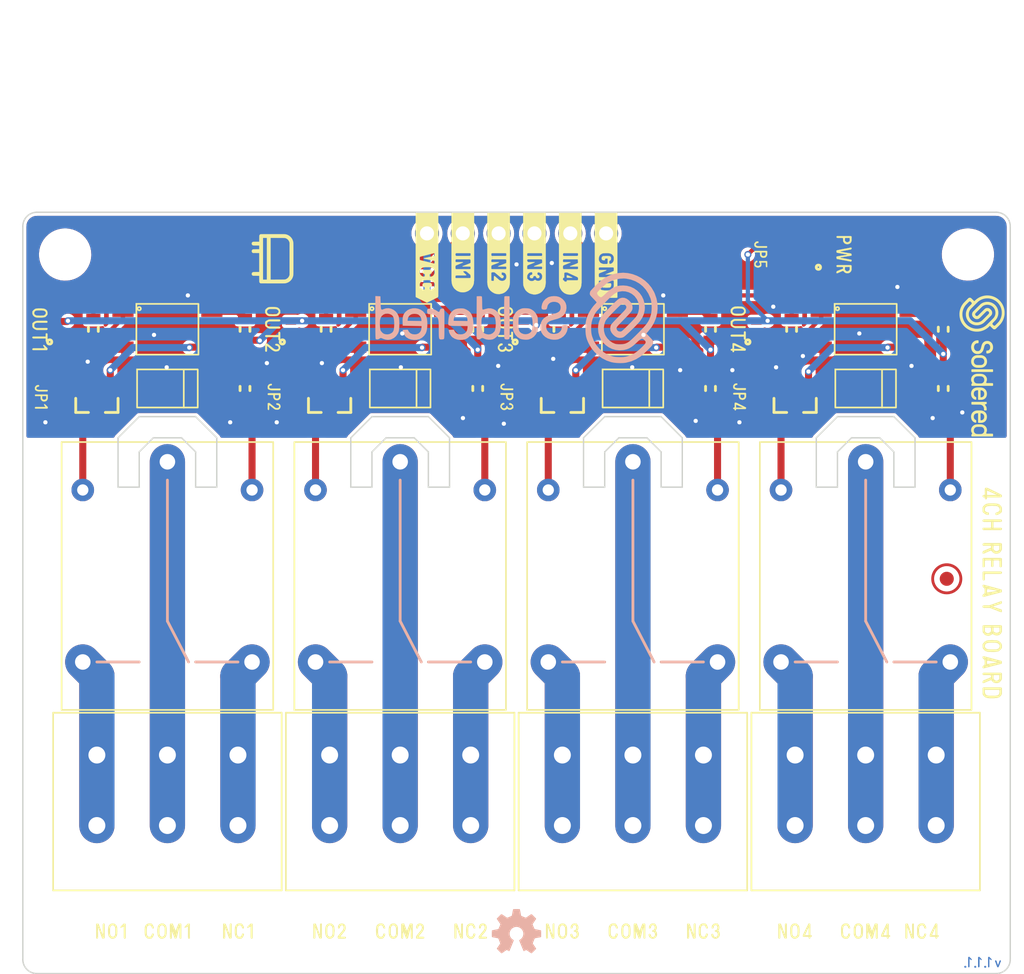
<source format=kicad_pcb>
(kicad_pcb (version 20210623) (generator pcbnew)
  (title_block (title "4CH relay board") (date "2021-07-14") (rev "V1.1.1.") (company "SOLDERED") (comment 1 "333022"))
  (layers (0 "F.Cu" signal) (31 "B.Cu" signal) (34 "B.Paste" user) (35 "F.Paste" user) (36 "B.SilkS" user "B.Silkscreen") (37 "F.SilkS" user "F.Silkscreen") (38 "B.Mask" user) (39 "F.Mask" user) (44 "Edge.Cuts" user))
  (net 0 "")
  (net 1 "Net-(D1-Pad2)")
  (net 2 "VCC")
  (net 3 "Net-(D2-Pad2)")
  (net 4 "Net-(D3-Pad2)")
  (net 5 "Net-(D3-Pad1)")
  (net 6 "Net-(D4-Pad2)")
  (net 7 "Net-(D4-Pad1)")
  (net 8 "Net-(D5-Pad2)")
  (net 9 "Net-(D6-Pad2)")
  (net 10 "Net-(D7-Pad2)")
  (net 11 "Net-(D7-Pad1)")
  (net 12 "Net-(D8-Pad2)")
  (net 13 "Net-(D8-Pad1)")
  (net 14 "GND")
  (net 15 "IN4")
  (net 16 "IN3")
  (net 17 "IN2")
  (net 18 "IN1")
  (net 19 "NC1")
  (net 20 "COM1")
  (net 21 "NO1")
  (net 22 "NC3")
  (net 23 "COM3")
  (net 24 "NO3")
  (net 25 "NC2")
  (net 26 "COM2")
  (net 27 "NO2")
  (net 28 "NC4")
  (net 29 "COM4")
  (net 30 "NO4")
  (net 31 "Net-(Q1-Pad1)")
  (net 32 "Net-(Q2-Pad1)")
  (net 33 "Net-(Q3-Pad1)")
  (net 34 "Net-(Q4-Pad1)")
  (net 35 "Net-(R1-Pad1)")
  (net 36 "Net-(R2-Pad1)")
  (net 37 "Net-(R5-Pad1)")
  (net 38 "Net-(R6-Pad1)")
  (net 39 "Net-(R9-Pad1)")
  (net 40 "Net-(R10-Pad1)")
  (net 41 "Net-(R13-Pad1)")
  (net 42 "Net-(R14-Pad1)")
  (net 43 "Net-(D9-Pad1)")
  (net 44 "Net-(JP1-Pad1)")
  (net 45 "Net-(JP2-Pad1)")
  (net 46 "Net-(JP3-Pad1)")
  (net 47 "Net-(JP4-Pad1)")
  (net 48 "Net-(JP5-Pad2)")
  (footprint "e-radionica.com footprinti:PC357_OPTO" (layer "F.Cu") (at 118.75 104.3)
    (fp_text reference "U4")
    (fp_text value "PC357_OPTO")
  )
  (footprint "e-radionica.com footprinti:0603R" (layer "F.Cu") (at 113.5 104.3 90)
    (fp_text reference "R10")
    (fp_text value "100R")
  )
  (footprint "e-radionica.com footprinti:TERMINAL_KF235-5.0-3P" (layer "F.Cu") (at 102.25 137)
    (fp_text reference "K8")
    (fp_text value "TERMINAL_KF235-5.0-3P")
  )
  (footprint "e-radionica.com footprinti:HOLE_3.2mm" (layer "F.Cu") (at 62 99)
    (fp_text reference "H4" hide)
    (fp_text value "HOLE_3.2mm" hide)
  )
  (footprint "e-radionica.com footprinti:M4_DIODA" (layer "F.Cu") (at 69.25 108.5)
    (fp_text reference "D3")
    (fp_text value "M4_DIODA")
  )
  (footprint "e-radionica.com footprinti:SMD-JUMPER-CONNECTED_TRACE_SLODERMASK" (layer "F.Cu") (at 61.5 109.1 -90)
    (fp_text reference "JP1")
    (fp_text value "SMD-JUMPER-CONNECTED_TRACE_SLODERMASK")
  )
  (footprint "e-radionica.com footprinti:HOLE_3.2mm" (layer "F.Cu") (at 62 147)
    (fp_text reference "H1" hide)
    (fp_text value "HOLE_3.2mm" hide)
  )
  (footprint "buzzardLabel" (layer "F.Cu") (at 93.3 109.1 -90)
    (fp_text reference "")
    (fp_text value "")
  )
  (footprint "e-radionica.com footprinti:FIDUCIAL_23" (layer "F.Cu") (at 68.5 98.2)
    (fp_text reference "FD1")
    (fp_text value "FIDUCIAL")
  )
  (footprint "e-radionica.com footprinti:0402R" (layer "F.Cu") (at 94.5 106.7 90)
    (fp_text reference "R11")
    (fp_text value "2k2")
  )
  (footprint "buzzardLabel" (layer "F.Cu") (at 122.75 147)
    (fp_text reference "")
    (fp_text value "")
  )
  (footprint "e-radionica.com footprinti:TERMINAL_KF235-5.0-3P" (layer "F.Cu") (at 69.25 137)
    (fp_text reference "K4")
    (fp_text value "TERMINAL_KF235-5.0-3P")
  )
  (footprint "e-radionica.com footprinti:0402LED" (layer "F.Cu") (at 78 104.3 -90)
    (fp_text reference "D2")
    (fp_text value "blue")
  )
  (footprint "buzzardLabel" (layer "F.Cu") (at 80.75 147)
    (fp_text reference "")
    (fp_text value "")
  )
  (footprint "buzzardLabel" (layer "F.Cu") (at 109.7 104.3 -90)
    (fp_text reference "")
    (fp_text value "")
  )
  (footprint "e-radionica.com footprinti:0402R" (layer "F.Cu") (at 78 106.7 90)
    (fp_text reference "R4")
    (fp_text value "2k2")
  )
  (footprint "buzzardLabel" (layer "F.Cu") (at 76.7 104.3 -90)
    (fp_text reference "")
    (fp_text value "")
  )
  (footprint "e-radionica.com footprinti:0603R" (layer "F.Cu") (at 107.75 104.3 -90)
    (fp_text reference "R13")
    (fp_text value "330R")
  )
  (footprint "e-radionica.com footprinti:HOLE_3.2mm" (layer "F.Cu") (at 126 147)
    (fp_text reference "H2" hide)
    (fp_text value "HOLE_3.2mm" hide)
  )
  (footprint "buzzardLabel" (layer "F.Cu") (at 90.75 147)
    (fp_text reference "")
    (fp_text value "")
  )
  (footprint "buzzardLabel" (layer "F.Cu") (at 111.3 99 -90)
    (fp_text reference "")
    (fp_text value "")
  )
  (footprint "e-radionica.com footprinti:0402R" (layer "F.Cu") (at 114.5 99 90)
    (fp_text reference "R17")
    (fp_text value "2k2")
  )
  (footprint "e-radionica.com footprinti:SOT-23-3" (layer "F.Cu") (at 64.25 109.5 -90)
    (fp_text reference "Q1")
    (fp_text value "NPN-SOT-23-3")
  )
  (footprint "buzzardLabel" (layer "F.Cu") (at 118.75 147)
    (fp_text reference "")
    (fp_text value "")
  )
  (footprint "e-radionica.com footprinti:0603R" (layer "F.Cu") (at 97 104.3 90)
    (fp_text reference "R9")
    (fp_text value "100R")
  )
  (footprint "buzzardLabel" (layer "F.Cu") (at 74.25 147)
    (fp_text reference "")
    (fp_text value "")
  )
  (footprint "e-radionica.com footprinti:0603R" (layer "F.Cu") (at 91.25 108.5 90)
    (fp_text reference "R8")
    (fp_text value "10R")
  )
  (footprint "e-radionica.com footprinti:TERMINAL_KF235-5.0-3P" (layer "F.Cu") (at 118.75 137)
    (fp_text reference "K9")
    (fp_text value "TERMINAL_KF235-5.0-3P")
  )
  (footprint "e-radionica.com footprinti:HOLE_3.2mm" (layer "F.Cu") (at 126 99)
    (fp_text reference "H3" hide)
    (fp_text value "HOLE_3.2mm" hide)
  )
  (footprint "e-radionica.com footprinti:SOT-23-3" (layer "F.Cu") (at 80.75 109.5 -90)
    (fp_text reference "Q2")
    (fp_text value "NPN-SOT-23-3")
  )
  (footprint "e-radionica.com footprinti:PC357_OPTO" (layer "F.Cu") (at 69.25 104.3)
    (fp_text reference "U1")
    (fp_text value "PC357_OPTO")
  )
  (footprint "buzzardLabel" (layer "F.Cu") (at 109.8 109.1 -90)
    (fp_text reference "")
    (fp_text value "")
  )
  (footprint "e-radionica.com footprinti:0603R" (layer "F.Cu") (at 107.75 108.5 90)
    (fp_text reference "R15")
    (fp_text value "10R")
  )
  (footprint "e-radionica.com footprinti:0402LED" (layer "F.Cu") (at 111 104.3 -90)
    (fp_text reference "D6")
    (fp_text value "blue")
  )
  (footprint "e-radionica.com footprinti:0603R" (layer "F.Cu") (at 74.75 104.3 -90)
    (fp_text reference "R5")
    (fp_text value "330R")
  )
  (footprint "buzzardLabel" (layer "F.Cu") (at 60.2 104.3 -90)
    (fp_text reference "")
    (fp_text value "")
  )
  (footprint "buzzardLabel" (layer "F.Cu") (at 97.25 147)
    (fp_text reference "")
    (fp_text value "")
  )
  (footprint "buzzardLabel" (layer "F.Cu") (at 87.65 95.6 -90)
    (fp_text reference "")
    (fp_text value "")
  )
  (footprint "buzzardLabel" (layer "F.Cu") (at 97.81 95.6 -90)
    (fp_text reference "")
    (fp_text value "")
  )
  (footprint "e-radionica.com footprinti:SRD_RELAY_5V" (layer "F.Cu") (at 102.25 121.8 90)
    (fp_text reference "K6")
    (fp_text value "SRD-05VDC-SL-C")
  )
  (footprint "e-radionica.com footprinti:M4_DIODA" (layer "F.Cu") (at 118.75 108.5)
    (fp_text reference "D8")
    (fp_text value "M4_DIODA")
  )
  (footprint "e-radionica.com footprinti:0603R" (layer "F.Cu") (at 74.75 108.5 90)
    (fp_text reference "R7")
    (fp_text value "10R")
  )
  (footprint "buzzardLabel" (layer "F.Cu") (at 93.2 104.3 -90)
    (fp_text reference "")
    (fp_text value "")
  )
  (footprint "e-radionica.com footprinti:M4_DIODA" (layer "F.Cu") (at 85.75 108.5)
    (fp_text reference "D4")
    (fp_text value "M4_DIODA")
  )
  (footprint "Soldered Graphics:Symbol-Front-Relay" (layer "F.Cu") (at 76.7 99.3 -90)
    (fp_text reference "G***" hide)
    (fp_text value "LOGO" hide)
  )
  (footprint "buzzardLabel" (layer "F.Cu") (at 107.25 147)
    (fp_text reference "")
    (fp_text value "")
  )
  (footprint "e-radionica.com footprinti:0402LED" (layer "F.Cu") (at 61.5 104.3 -90)
    (fp_text reference "D1")
    (fp_text value "blue")
  )
  (footprint "e-radionica.com footprinti:0603R" (layer "F.Cu") (at 64 104.3 90)
    (fp_text reference "R1")
    (fp_text value "100R")
  )
  (footprint "buzzardLabel" (layer "F.Cu") (at 69.25 147)
    (fp_text reference "")
    (fp_text value "")
  )
  (footprint "buzzardLabel" (layer "F.Cu") (at 65.25 147)
    (fp_text reference "")
    (fp_text value "")
  )
  (footprint "e-radionica.com footprinti:TERMINAL_KF235-5.0-3P" (layer "F.Cu") (at 85.75 137)
    (fp_text reference "K5")
    (fp_text value "TERMINAL_KF235-5.0-3P")
  )
  (footprint "buzzardLabel" (layer "F.Cu") (at 92.73 95.6 -90)
    (fp_text reference "")
    (fp_text value "")
  )
  (footprint "Soldered Graphics:Logo-Front-SolderedFULL-10mm" (layer "F.Cu") (at 127 106.9 -90)
    (fp_text reference "G***" hide)
    (fp_text value "LOGO" hide)
  )
  (footprint "e-radionica.com footprinti:0402R" (layer "F.Cu") (at 61.5 106.7 90)
    (fp_text reference "R3")
    (fp_text value "2k2")
  )
  (footprint "Soldered Graphics:Logo-Back-OSH-3.5mm" (layer "F.Cu") (at 94 147)
    (fp_text reference "G***" hide)
    (fp_text value "LOGO" hide)
  )
  (footprint "buzzardLabel" (layer "F.Cu") (at 102.25 147)
    (fp_text reference "")
    (fp_text value "")
  )
  (footprint "e-radionica.com footprinti:0603R" (layer "F.Cu") (at 124.25 104.3 -90)
    (fp_text reference "R14")
    (fp_text value "330R")
  )
  (footprint "e-radionica.com footprinti:0603R" (layer "F.Cu") (at 80.5 104.3 90)
    (fp_text reference "R2")
    (fp_text value "100R")
  )
  (footprint "buzzardLabel" (layer "F.Cu") (at 85.75 147)
    (fp_text reference "")
    (fp_text value "")
  )
  (footprint "e-radionica.com footprinti:PC357_OPTO" (layer "F.Cu") (at 102.25 104.3)
    (fp_text reference "U3")
    (fp_text value "PC357_OPTO")
  )
  (footprint "buzzardLabel" (layer "F.Cu") (at 76.8 109.1 -90)
    (fp_text reference "")
    (fp_text value "")
  )
  (footprint "e-radionica.com footprinti:SOT-23-3" (layer "F.Cu") (at 97.25 109.5 -90)
    (fp_text reference "Q3")
    (fp_text value "NPN-SOT-23-3")
  )
  (footprint "e-radionica.com footprinti:SMD-JUMPER-CONNECTED_TRACE_SLODERMASK" (layer "F.Cu") (at 78 109.1 -90)
    (fp_text reference "JP2")
    (fp_text value "SMD-JUMPER-CONNECTED_TRACE_SLODERMASK")
  )
  (footprint "buzzardLabel" (layer "F.Cu") (at 60.3 109.1 -90)
    (fp_text reference "")
    (fp_text value "")
  )
  (footprint "buzzardLabel" (layer "F.Cu") (at 113.75 147)
    (fp_text reference "")
    (fp_text value "")
  )
  (footprint "e-radionica.com footprinti:SOT-23-3" (layer "F.Cu") (at 113.75 109.5 -90)
    (fp_text reference "Q4")
    (fp_text value "NPN-SOT-23-3")
  )
  (footprint "e-radionica.com footprinti:0402LED" (layer "F.Cu") (at 94.5 104.3 -90)
    (fp_text reference "D5")
    (fp_text value "blue")
  )
  (footprint "e-radionica.com footprinti:SRD_RELAY_5V" (layer "F.Cu") (at 118.75 121.8 90)
    (fp_text reference "K7")
    (fp_text value "SRD-05VDC-SL-C")
  )
  (footprint "e-radionica.com footprinti:FIDUCIAL_23" (layer "F.Cu") (at 124.5 122)
    (fp_text reference "FD2")
    (fp_text value "FIDUCIAL")
  )
  (footprint "e-radionica.com footprinti:0402R" (layer "F.Cu") (at 111 106.7 90)
    (fp_text reference "R12")
    (fp_text value "2k2")
  )
  (footprint "buzzardLabel" (layer "F.Cu") (at 127.7 123 -90)
    (fp_text reference "")
    (fp_text value "")
  )
  (footprint "e-radionica.com footprinti:SMD-JUMPER-CONNECTED_TRACE_SLODERMASK" (layer "F.Cu") (at 94.5 109.1 -90)
    (fp_text reference "JP3")
    (fp_text value "SMD-JUMPER-CONNECTED_TRACE_SLODERMASK")
  )
  (footprint "buzzardLabel" (layer "F.Cu") (at 100.35 95.6 -90)
    (fp_text reference "")
    (fp_text value "")
  )
  (footprint "e-radionica.com footprinti:0402LED" (layer "F.Cu") (at 116 99 -90)
    (fp_text reference "D9")
    (fp_text value "purple")
  )
  (footprint "e-radionica.com footprinti:SRD_RELAY_5V" (layer "F.Cu") (at 85.75 121.8 90)
    (fp_text reference "K3")
    (fp_text value "SRD-05VDC-SL-C")
  )
  (footprint "buzzardLabel" (layer "F.Cu") (at 117.2 99 -90)
    (fp_text reference "")
    (fp_text value "")
  )
  (footprint "e-radionica.com footprinti:PC357_OPTO" (layer "F.Cu") (at 85.75 104.3)
    (fp_text reference "U2")
    (fp_text value "PC357_OPTO")
  )
  (footprint "e-radionica.com footprinti:SMD-JUMPER-CONNECTED_TRACE_SLODERMASK" (layer "F.Cu") (at 112.5 99 -90)
    (fp_text reference "JP5")
    (fp_text value "SMD-JUMPER-CONNECTED_TRACE_SLODERMASK")
  )
  (footprint "buzzardLabel" (layer "F.Cu") (at 90.19 95.6 -90)
    (fp_text reference "")
    (fp_text value "")
  )
  (footprint "e-radionica.com footprinti:0603R" (layer "F.Cu") (at 91.25 104.3 -90)
    (fp_text reference "R6")
    (fp_text value "330R")
  )
  (footprint "e-radionica.com footprinti:M4_DIODA" (layer "F.Cu") (at 102.25 108.5)
    (fp_text reference "D7")
    (fp_text value "M4_DIODA")
  )
  (footprint "buzzardLabel" (layer "F.Cu") (at 95.27 95.6 -90)
    (fp_text reference "")
    (fp_text value "")
  )
  (footprint "e-radionica.com footprinti:0603R" (layer "F.Cu") (at 124.25 108.5 90)
    (fp_text reference "R16")
    (fp_text value "10R")
  )
  (footprint "e-radionica.com footprinti:SMD-JUMPER-CONNECTED_TRACE_SLODERMASK" (layer "F.Cu") (at 111 109.1 -90)
    (fp_text reference "JP4")
    (fp_text value "SMD-JUMPER-CONNECTED_TRACE_SLODERMASK")
  )
  (footprint "e-radionica.com footprinti:SRD_RELAY_5V" (layer "F.Cu") (at 69.25 121.8 90)
    (fp_text reference "K2")
    (fp_text value "SRD-05VDC-SL-C")
  )
  (footprint "e-radionica.com footprinti:HEADER_MALE_6X1" (layer "B.Cu") (at 94 97.5)
    (fp_text reference "K1")
    (fp_text value "HEADER_MALE_6X1")
  )
  (footprint "Soldered Graphics:Logo-Front-SolderedFULL-20mm" (layer "B.Cu") (at 94 103.5 180)
    (fp_text reference "REF**" hide)
    (fp_text value "Logo-Front-SolderedFULL-20mm" hide)
  )
  (footprint "Soldered Graphics:Version1.1.1." (layer "B.Cu") (at 127 149.2 180)
    (fp_text reference "REF**" hide)
    (fp_text value "Version1.1.1." hide)
  )
  (gr_line (start 118.75 115) (end 118.75 125) (layer "B.SilkS") (width 0.2))
  (gr_line (start 64.25 127.9) (end 67.25 127.9) (layer "B.SilkS") (width 0.2))
  (gr_line (start 107.25 127.9) (end 104.25 127.9) (layer "B.SilkS") (width 0.2))
  (gr_line (start 97.25 127.9) (end 100.25 127.9) (layer "B.SilkS") (width 0.2))
  (gr_line (start 69.25 115) (end 69.25 125) (layer "B.SilkS") (width 0.2))
  (gr_line (start 102.25 125) (end 103.75 127.9) (layer "B.SilkS") (width 0.2))
  (gr_line (start 85.75 125) (end 87.25 127.9) (layer "B.SilkS") (width 0.2))
  (gr_line (start 85.75 115) (end 85.75 125) (layer "B.SilkS") (width 0.2))
  (gr_line (start 113.75 127.9) (end 116.75 127.9) (layer "B.SilkS") (width 0.2))
  (gr_line (start 90.75 127.9) (end 87.75 127.9) (layer "B.SilkS") (width 0.2))
  (gr_line (start 102.25 115) (end 102.25 125) (layer "B.SilkS") (width 0.2))
  (gr_line (start 80.75 127.9) (end 83.75 127.9) (layer "B.SilkS") (width 0.2))
  (gr_line (start 118.75 125) (end 120.25 127.9) (layer "B.SilkS") (width 0.2))
  (gr_line (start 69.25 125) (end 70.75 127.9) (layer "B.SilkS") (width 0.2))
  (gr_line (start 123.75 127.9) (end 120.75 127.9) (layer "B.SilkS") (width 0.2))
  (gr_line (start 74.25 127.9) (end 71.25 127.9) (layer "B.SilkS") (width 0.2))
  (gr_line (start 122.25 115.5) (end 120.75 115.5) (layer "Edge.Cuts") (width 0.1))
  (gr_line (start 87.75 110.5) (end 89.25 112) (layer "Edge.Cuts") (width 0.1))
  (gr_line (start 89.25 112) (end 89.25 115.5) (layer "Edge.Cuts") (width 0.1))
  (gr_line (start 87.75 115.5) (end 87.75 113) (layer "Edge.Cuts") (width 0.1))
  (gr_line (start 71.25 113) (end 70.25 112) (layer "Edge.Cuts") (width 0.1))
  (gr_line (start 120.75 113) (end 119.75 112) (layer "Edge.Cuts") (width 0.1))
  (gr_line (start 89.25 115.5) (end 87.75 115.5) (layer "Edge.Cuts") (width 0.1))
  (gr_line (start 65.75 115.5) (end 65.75 112) (layer "Edge.Cuts") (width 0.1))
  (gr_line (start 82.25 112) (end 83.75 110.5) (layer "Edge.Cuts") (width 0.1))
  (gr_line (start 105.75 115.5) (end 104.25 115.5) (layer "Edge.Cuts") (width 0.1))
  (gr_line (start 83.75 113) (end 83.75 115.5) (layer "Edge.Cuts") (width 0.1))
  (gr_line (start 98.75 115.5) (end 98.75 112) (layer "Edge.Cuts") (width 0.1))
  (gr_arc (start 60 149) (end 60 150) (angle 90) (layer "Edge.Cuts") (width 0.1))
  (gr_line (start 100.25 110.5) (end 104.25 110.5) (layer "Edge.Cuts") (width 0.1))
  (gr_line (start 103.25 112) (end 101.25 112) (layer "Edge.Cuts") (width 0.1))
  (gr_line (start 129 97) (end 129 149) (layer "Edge.Cuts") (width 0.1))
  (gr_line (start 116.75 113) (end 116.75 115.5) (layer "Edge.Cuts") (width 0.1))
  (gr_line (start 83.75 115.5) (end 82.25 115.5) (layer "Edge.Cuts") (width 0.1))
  (gr_line (start 67.25 115.5) (end 65.75 115.5) (layer "Edge.Cuts") (width 0.1))
  (gr_line (start 122.25 112) (end 122.25 115.5) (layer "Edge.Cuts") (width 0.1))
  (gr_line (start 117.75 112) (end 116.75 113) (layer "Edge.Cuts") (width 0.1))
  (gr_line (start 68.25 112) (end 67.25 113) (layer "Edge.Cuts") (width 0.1))
  (gr_line (start 119.75 112) (end 117.75 112) (layer "Edge.Cuts") (width 0.1))
  (gr_arc (start 128 97) (end 128 96) (angle 90) (layer "Edge.Cuts") (width 0.1))
  (gr_line (start 67.25 113) (end 67.25 115.5) (layer "Edge.Cuts") (width 0.1))
  (gr_line (start 72.75 112) (end 72.75 115.5) (layer "Edge.Cuts") (width 0.1))
  (gr_line (start 59 149) (end 59 97) (layer "Edge.Cuts") (width 0.1))
  (gr_line (start 87.75 113) (end 86.75 112) (layer "Edge.Cuts") (width 0.1))
  (gr_line (start 100.25 113) (end 100.25 115.5) (layer "Edge.Cuts") (width 0.1))
  (gr_line (start 84.75 112) (end 83.75 113) (layer "Edge.Cuts") (width 0.1))
  (gr_line (start 71.25 110.5) (end 72.75 112) (layer "Edge.Cuts") (width 0.1))
  (gr_line (start 98.75 112) (end 100.25 110.5) (layer "Edge.Cuts") (width 0.1))
  (gr_line (start 86.75 112) (end 84.75 112) (layer "Edge.Cuts") (width 0.1))
  (gr_line (start 116.75 115.5) (end 115.25 115.5) (layer "Edge.Cuts") (width 0.1))
  (gr_line (start 104.25 115.5) (end 104.25 113) (layer "Edge.Cuts") (width 0.1))
  (gr_line (start 101.25 112) (end 100.25 113) (layer "Edge.Cuts") (width 0.1))
  (gr_line (start 65.75 112) (end 67.25 110.5) (layer "Edge.Cuts") (width 0.1))
  (gr_line (start 60 96) (end 128 96) (layer "Edge.Cuts") (width 0.1))
  (gr_line (start 70.25 112) (end 68.25 112) (layer "Edge.Cuts") (width 0.1))
  (gr_line (start 116.75 110.5) (end 120.75 110.5) (layer "Edge.Cuts") (width 0.1))
  (gr_arc (start 128 149) (end 128 150) (angle -90) (layer "Edge.Cuts") (width 0.1))
  (gr_arc (start 60 97) (end 60 96) (angle -90) (layer "Edge.Cuts") (width 0.1))
  (gr_line (start 82.25 115.5) (end 82.25 112) (layer "Edge.Cuts") (width 0.1))
  (gr_line (start 105.75 112) (end 105.75 115.5) (layer "Edge.Cuts") (width 0.1))
  (gr_line (start 100.25 115.5) (end 98.75 115.5) (layer "Edge.Cuts") (width 0.1))
  (gr_line (start 120.75 115.5) (end 120.75 113) (layer "Edge.Cuts") (width 0.1))
  (gr_line (start 115.25 115.5) (end 115.25 112) (layer "Edge.Cuts") (width 0.1))
  (gr_line (start 115.25 112) (end 116.75 110.5) (layer "Edge.Cuts") (width 0.1))
  (gr_line (start 72.75 115.5) (end 71.25 115.5) (layer "Edge.Cuts") (width 0.1))
  (gr_line (start 71.25 115.5) (end 71.25 113) (layer "Edge.Cuts") (width 0.1))
  (gr_line (start 128 150) (end 60 150) (layer "Edge.Cuts") (width 0.1))
  (gr_line (start 104.25 113) (end 103.25 112) (layer "Edge.Cuts") (width 0.1))
  (gr_line (start 104.25 110.5) (end 105.75 112) (layer "Edge.Cuts") (width 0.1))
  (gr_line (start 67.25 110.5) (end 71.25 110.5) (layer "Edge.Cuts") (width 0.1))
  (gr_line (start 83.75 110.5) (end 87.75 110.5) (layer "Edge.Cuts") (width 0.1))
  (gr_line (start 120.75 110.5) (end 122.25 112) (layer "Edge.Cuts") (width 0.1))
  (segment (start 61.5 104.85) (end 61.5 106.2) (width 0.3) (layer "F.Cu") (net 1))
  (segment (start 88.2 97.01) (end 88.19 97) (width 0.3) (layer "F.Cu") (net 2))
  (segment (start 110.75 98.65) (end 112.5 98.65) (width 0.3) (layer "F.Cu") (net 2))
  (segment (start 75.775 105.075) (end 75.8 105.1) (width 0.5) (layer "F.Cu") (net 2))
  (segment (start 110.4 99) (end 110.75 98.65) (width 0.3) (layer "F.Cu") (net 2))
  (segment (start 124.25 106.05) (end 124.25 105.075) (width 0.5) (layer "F.Cu") (net 2))
  (segment (start 111.8 103.7) (end 111.05 103.7) (width 0.3) (layer "F.Cu") (net 2))
  (segment (start 74.75 105.075) (end 75.775 105.075) (width 0.5) (layer "F.Cu") (net 2))
  (segment (start 91.25 105.075) (end 91.25 105.75) (width 0.5) (layer "F.Cu") (net 2))
  (segment (start 62.15 103.75) (end 62.2 103.7) (width 0.3) (layer "F.Cu") (net 2))
  (segment (start 78.05 103.7) (end 78 103.75) (width 0.3) (layer "F.Cu") (net 2))
  (segment (start 74.75 107.725) (end 74.75 105.075) (width 0.5) (layer "F.Cu") (net 2))
  (segment (start 78.8 103.7) (end 78.05 103.7) (width 0.3) (layer "F.Cu") (net 2))
  (segment (start 94.5 103.75) (end 95.15 103.75) (width 0.3) (layer "F.Cu") (net 2))
  (segment (start 107.75 107.725) (end 107.75 105.75) (width 0.5) (layer "F.Cu") (net 2))
  (segment (start 107.75 105.75) (end 107.75 105.075) (width 0.5) (layer "F.Cu") (net 2))
  (segment (start 95.15 103.75) (end 95.4 104) (width 0.3) (layer "F.Cu") (net 2))
  (segment (start 91.25 105.75) (end 91.25 107.725) (width 0.5) (layer "F.Cu") (net 2))
  (segment (start 61.5 103.75) (end 62.15 103.75) (width 0.5) (layer "F.Cu") (net 2))
  (segment (start 111.05 103.7) (end 111 103.75) (width 0.3) (layer "F.Cu") (net 2))
  (segment (start 124.25 107.725) (end 124.25 106.05) (width 0.5) (layer "F.Cu") (net 2))
  (via (at 91.25 105.75) (size 0.5) (drill 0.3) (layers "F.Cu" "B.Cu") (net 2))
  (via (at 95.4 104) (size 0.5) (drill 0.3) (layers "F.Cu" "B.Cu") (net 2))
  (via (at 124.25 106.05) (size 0.5) (drill 0.3) (layers "F.Cu" "B.Cu") (net 2))
  (via (at 75.8 105.1) (size 0.5) (drill 0.3) (layers "F.Cu" "B.Cu") (net 2))
  (via (at 110.4 99) (size 0.5) (drill 0.3) (layers "F.Cu" "B.Cu") (net 2))
  (via (at 107.75 105.75) (size 0.5) (drill 0.3) (layers "F.Cu" "B.Cu") (net 2))
  (via (at 78.8 103.7) (size 0.5) (drill 0.3) (layers "F.Cu" "B.Cu") (net 2))
  (via (at 62.2 103.7) (size 0.5) (drill 0.3) (layers "F.Cu" "B.Cu") (net 2))
  (via (at 111.8 103.7) (size 0.5) (drill 0.3) (layers "F.Cu" "B.Cu") (net 2))
  (segment (start 77.2 103.7) (end 78.8 103.7) (width 0.5) (layer "B.Cu") (net 2))
  (segment (start 78.8 103.7) (end 62.2 103.7) (width 0.5) (layer "B.Cu") (net 2))
  (segment (start 89.3 103.7) (end 91.25 105.65) (width 0.5) (layer "B.Cu") (net 2))
  (segment (start 110.4 102.3) (end 111.8 103.7) (width 0.3) (layer "B.Cu") (net 2))
  (segment (start 78.8 103.7) (end 89.3 103.7) (width 0.5) (layer "B.Cu") (net 2))
  (segment (start 87.65 102.05) (end 87.65 97.5) (width 0.5) (layer "B.Cu") (net 2))
  (segment (start 75.8 105.1) (end 77.2 103.7) (width 0.5) (layer "B.Cu") (net 2))
  (segment (start 91.25 105.65) (end 91.25 105.75) (width 0.5) (layer "B.Cu") (net 2))
  (segment (start 92.3 103.7) (end 93.7 103.7) (width 0.5) (layer "B.Cu") (net 2))
  (segment (start 93 103.7) (end 92.3 103.7) (width 0.25) (layer "B.Cu") (net 2))
  (segment (start 111.8 103.7) (end 121.9 103.7) (width 0.5) (layer "B.Cu") (net 2))
  (segment (start 111.8 103.7) (end 105.5 103.7) (width 0.5) (layer "B.Cu") (net 2))
  (segment (start 89.3 103.7) (end 87.65 102.05) (width 0.5) (layer "B.Cu") (net 2))
  (segment (start 110.4 99) (end 110.4 102.3) (width 0.3) (layer "B.Cu") (net 2))
  (segment (start 93.7 103.7) (end 105.5 103.7) (width 0.5) (layer "B.Cu") (net 2))
  (segment (start 95.4 104) (end 95.1 103.7) (width 0.5) (layer "B.Cu") (net 2))
  (segment (start 105.7 103.7) (end 105.5 103.7) (width 0.5) (layer "B.Cu") (net 2))
  (segment (start 107.75 105.75) (end 105.7 103.7) (width 0.5) (layer "B.Cu") (net 2))
  (segment (start 89.3 103.7) (end 92.3 103.7) (width 0.5) (layer "B.Cu") (net 2))
  (segment (start 121.9 103.7) (end 124.25 106.05) (width 0.5) (layer "B.Cu") (net 2))
  (segment (start 78 106.2) (end 78 104.85) (width 0.3) (layer "F.Cu") (net 3))
  (segment (start 75.25 115.7) (end 75.25 109.775) (width 0.5) (layer "F.Cu") (net 4))
  (segment (start 71.715 109.275) (end 70.94 108.5) (width 0.5) (layer "F.Cu") (net 4))
  (segment (start 74.75 109.275) (end 71.715 109.275) (width 0.5) (layer "F.Cu") (net 4))
  (segment (start 75.25 109.775) (end 74.75 109.275) (width 0.5) (layer "F.Cu") (net 4))
  (segment (start 61.5 109.45) (end 61.5 110.1) (width 0.3) (layer "F.Cu") (net 5))
  (segment (start 62.1 110.7) (end 64.25 110.7) (width 0.3) (layer "F.Cu") (net 5))
  (segment (start 63.25 115.7) (end 63.25 111.7) (width 0.5) (layer "F.Cu") (net 5))
  (segment (start 65.36 110.7) (end 67.56 108.5) (width 0.5) (layer "F.Cu") (net 5))
  (segment (start 63.25 111.7) (end 64.25 110.7) (width 0.5) (layer "F.Cu") (net 5))
  (segment (start 61.5 110.1) (end 62.1 110.7) (width 0.3) (layer "F.Cu") (net 5))
  (segment (start 64.25 110.7) (end 65.36 110.7) (width 0.5) (layer "F.Cu") (net 5))
  (segment (start 91.75 115.7) (end 91.75 109.775) (width 0.5) (layer "F.Cu") (net 6))
  (segment (start 88.215 109.275) (end 87.44 108.5) (width 0.5) (layer "F.Cu") (net 6))
  (segment (start 91.75 109.775) (end 91.25 109.275) (width 0.5) (layer "F.Cu") (net 6))
  (segment (start 91.25 109.275) (end 88.215 109.275) (width 0.5) (layer "F.Cu") (net 6))
  (segment (start 80.75 110.7) (end 81.86 110.7) (width 0.5) (layer "F.Cu") (net 7))
  (segment (start 81.86 110.7) (end 84.06 108.5) (width 0.5) (layer "F.Cu") (net 7))
  (segment (start 78 109.45) (end 78 110.1) (width 0.3) (layer "F.Cu") (net 7))
  (segment (start 79.75 111.7) (end 80.75 110.7) (width 0.5) (layer "F.Cu") (net 7))
  (segment (start 78.6 110.7) (end 80.75 110.7) (width 0.3) (layer "F.Cu") (net 7))
  (segment (start 79.75 115.7) (end 79.75 111.7) (width 0.5) (layer "F.Cu") (net 7))
  (segment (start 78 110.1) (end 78.6 110.7) (width 0.3) (layer "F.Cu") (net 7))
  (segment (start 94.5 106.2) (end 94.5 104.85) (width 0.3) (layer "F.Cu") (net 8))
  (segment (start 111 106.2) (end 111 104.85) (width 0.3) (layer "F.Cu") (net 9))
  (segment (start 104.715 109.275) (end 103.94 108.5) (width 0.5) (layer "F.Cu") (net 10))
  (segment (start 108.25 115.7) (end 108.25 109.775) (width 0.5) (layer "F.Cu") (net 10))
  (segment (start 108.25 109.775) (end 107.75 109.275) (width 0.5) (layer "F.Cu") (net 10))
  (segment (start 107.75 109.275) (end 104.715 109.275) (width 0.5) (layer "F.Cu") (net 10))
  (segment (start 98.36 110.7) (end 100.56 108.5) (width 0.5) (layer "F.Cu") (net 11))
  (segment (start 96.25 111.7) (end 97.25 110.7) (width 0.5) (layer "F.Cu") (net 11))
  (segment (start 94.5 109.45) (end 94.5 110.1) (width 0.3) (layer "F.Cu") (net 11))
  (segment (start 95.1 110.7) (end 97.25 110.7) (width 0.3) (layer "F.Cu") (net 11))
  (segment (start 94.5 110.1) (end 95.1 110.7) (width 0.3) (layer "F.Cu") (net 11))
  (segment (start 97.25 110.7) (end 98.36 110.7) (width 0.5) (layer "F.Cu") (net 11))
  (segment (start 96.25 115.7) (end 96.25 111.7) (width 0.5) (layer "F.Cu") (net 11))
  (segment (start 124.75 115.7) (end 124.75 109.775) (width 0.5) (layer "F.Cu") (net 12))
  (segment (start 121.215 109.275) (end 120.44 108.5) (width 0.5) (layer "F.Cu") (net 12))
  (segment (start 124.25 109.275) (end 121.215 109.275) (width 0.5) (layer "F.Cu") (net 12))
  (segment (start 124.75 109.775) (end 124.25 109.275) (width 0.5) (layer "F.Cu") (net 12))
  (segment (start 111 109.45) (end 111 110.1) (width 0.3) (layer "F.Cu") (net 13))
  (segment (start 112.75 115.7) (end 112.75 111.7) (width 0.5) (layer "F.Cu") (net 13))
  (segment (start 111 110.1) (end 111.6 110.7) (width 0.3) (layer "F.Cu") (net 13))
  (segment (start 111.6 110.7) (end 113.75 110.7) (width 0.3) (layer "F.Cu") (net 13))
  (segment (start 114.86 110.7) (end 117.06 108.5) (width 0.5) (layer "F.Cu") (net 13))
  (segment (start 113.75 110.7) (end 114.86 110.7) (width 0.5) (layer "F.Cu") (net 13))
  (segment (start 112.75 111.7) (end 113.75 110.7) (width 0.5) (layer "F.Cu") (net 13))
  (via (at 106.7 110.8) (size 0.5) (drill 0.3) (layers "F.Cu" "B.Cu") (net 14))
  (via (at 70.7 101.9) (size 0.5) (drill 0.3) (layers "F.Cu" "B.Cu") (net 14))
  (via (at 94 99.7) (size 0.5) (drill 0.3) (layers "F.Cu" "B.Cu") (net 14))
  (via (at 85.8 107) (size 0.5) (drill 0.3) (layers "F.Cu" "B.Cu") (net 14))
  (via (at 121 101.3) (size 0.5) (drill 0.3) (layers "F.Cu" "B.Cu") (net 14))
  (via (at 112.4 107) (size 0.5) (drill 0.3) (layers "F.Cu" "B.Cu") (net 14))
  (via (at 112.2 102.7) (size 0.5) (drill 0.3) (layers "F.Cu" "B.Cu") (net 14))
  (via (at 96.5 99.6) (size 0.5) (drill 0.3) (layers "F.Cu" "B.Cu") (net 14))
  (via (at 103 104.7) (size 0.5) (drill 0.3) (layers "F.Cu" "B.Cu") (net 14))
  (via (at 125.6 110.2) (size 0.5) (drill 0.3) (layers "F.Cu" "B.Cu") (net 14))
  (via (at 114.3 106.2) (size 0.5) (drill 0.3) (layers "F.Cu" "B.Cu") (net 14))
  (via (at 123.5 110.6) (size 0.5) (drill 0.3) (layers "F.Cu" "B.Cu") (net 14))
  (via (at 122 106.9) (size 0.5) (drill 0.3) (layers "F.Cu" "B.Cu") (net 14))
  (via (at 109.8 110.9) (size 0.5) (drill 0.3) (layers "F.Cu" "B.Cu") (net 14))
  (via (at 96.6 106.4) (size 0.5) (drill 0.3) (layers "F.Cu" "B.Cu") (net 14))
  (via (at 105.6 107.2) (size 0.5) (drill 0.3) (layers "F.Cu" "B.Cu") (net 14))
  (via (at 63.6 106.6) (size 0.5) (drill 0.3) (layers "F.Cu" "B.Cu") (net 14))
  (via (at 60.6 110.9) (size 0.5) (drill 0.3) (layers "F.Cu" "B.Cu") (net 14))
  (via (at 73.7 110.9) (size 0.5) (drill 0.3) (layers "F.Cu" "B.Cu") (net 14))
  (via (at 85.9 104.6) (size 0.5) (drill 0.3) (layers "F.Cu" "B.Cu") (net 14))
  (via (at 92.7 106.9) (size 0.5) (drill 0.3) (layers "F.Cu" "B.Cu") (net 14))
  (via (at 104.4 101.9) (size 0.5) (drill 0.3) (layers "F.Cu" "B.Cu") (net 14))
  (via (at 93.1 111) (size 0.5) (drill 0.3) (layers "F.Cu" "B.Cu") (net 14))
  (via (at 80.2 106.7) (size 0.5) (drill 0.3) (layers "F.Cu" "B.Cu") (net 14))
  (via (at 102.2 107) (size 0.5) (drill 0.3) (layers "F.Cu" "B.Cu") (net 14))
  (via (at 118.3 104.6) (size 0.5) (drill 0.3) (layers "F.Cu" "B.Cu") (net 14))
  (via (at 109.3 107.2) (size 0.5) (drill 0.3) (layers "F.Cu" "B.Cu") (net 14))
  (via (at 90.2 110.6) (size 0.5) (drill 0.3) (layers "F.Cu" "B.Cu") (net 14))
  (via (at 77 110.9) (size 0.5) (drill 0.3) (layers "F.Cu" "B.Cu") (net 14))
  (via (at 69.2 107) (size 0.5) (drill 0.3) (layers "F.Cu" "B.Cu") (net 14))
  (via (at 76.3 106.7) (size 0.5) (drill 0.3) (layers "F.Cu" "B.Cu") (net 14))
  (via (at 68.3 104.7) (size 0.5) (drill 0.3) (layers "F.Cu" "B.Cu") (net 14))
  (segment (start 100.81 100.5) (end 97.81 97.5) (width 0.3) (layer "F.Cu") (net 15))
  (segment (start 112.9 101.9) (end 113.5 102.5) (width 0.3) (layer "F.Cu") (net 15))
  (segment (start 108.6 101.9) (end 112.9 101.9) (width 0.3) (layer "F.Cu") (net 15))
  (segment (start 107.2 100.5) (end 108.6 101.9) (width 0.3) (layer "F.Cu") (net 15))
  (segment (start 113.5 103.525) (end 113.5 102.5) (width 0.3) (layer "F.Cu") (net 15))
  (segment (start 100.81 100.5) (end 107.2 100.5) (width 0.3) (layer "F.Cu") (net 15))
  (segment (start 97 103.525) (end 97 103.5) (width 0.3) (layer "F.Cu") (net 16))
  (segment (start 97 102) (end 95.27 100.27) (width 0.3) (layer "F.Cu") (net 16))
  (segment (start 95.27 100.27) (end 95.27 97.5) (width 0.3) (layer "F.Cu") (net 16))
  (segment (start 97 103.525) (end 97 102) (width 0.3) (layer "F.Cu") (net 16))
  (segment (start 92.73 98.57) (end 92.73 97.5) (width 0.3) (layer "F.Cu") (net 17))
  (segment (start 80.5 103.525) (end 80.5 102.5) (width 0.3) (layer "F.Cu") (net 17))
  (segment (start 81.9 101.1) (end 90.2 101.1) (width 0.3) (layer "F.Cu") (net 17))
  (segment (start 90.2 101.1) (end 92.73 98.57) (width 0.3) (layer "F.Cu") (net 17))
  (segment (start 80.5 102.5) (end 81.9 101.1) (width 0.3) (layer "F.Cu") (net 17))
  (segment (start 90.19 97.5) (end 87.79 99.9) (width 0.3) (layer "F.Cu") (net 18))
  (segment (start 70.55 101) (end 65.7 101) (width 0.3) (layer "F.Cu") (net 18))
  (segment (start 65.7 101) (end 64 102.7) (width 0.3) (layer "F.Cu") (net 18))
  (segment (start 87.79 99.9) (end 71.65 99.9) (width 0.3) (layer "F.Cu") (net 18))
  (segment (start 71.65 99.9) (end 70.55 101) (width 0.3) (layer "F.Cu") (net 18))
  (segment (start 64 102.7) (end 64 103.525) (width 0.3) (layer "F.Cu") (net 18))
  (segment (start 90.2 97.01) (end 90.19 97) (width 0.3) (layer "F.Cu") (net 18))
  (segment (start 74.25 139.5) (end 74.25 128.9) (width 2.5) (layer "F.Cu") (net 19))
  (segment (start 74.25 128.9) (end 75.25 127.9) (width 2.5) (layer "F.Cu") (net 19))
  (segment (start 74.25 139.5) (end 74.25 128.9) (width 2.5) (layer "B.Cu") (net 19))
  (segment (start 74.25 128.9) (end 75.25 127.9) (width 2.5) (layer "B.Cu") (net 19))
  (segment (start 69.25 113.7) (end 69.25 139.5) (width 2.5) (layer "F.Cu") (net 20))
  (segment (start 69.25 139.5) (end 69.25 113.7) (width 2.5) (layer "B.Cu") (net 20))
  (segment (start 64.25 128.9) (end 63.25 127.9) (width 2.5) (layer "F.Cu") (net 21))
  (segment (start 64.25 139.5) (end 64.25 128.9) (width 2.5) (layer "F.Cu") (net 21))
  (segment (start 64.25 128.9) (end 63.25 127.9) (width 2.5) (layer "B.Cu") (net 21))
  (segment (start 64.25 139.5) (end 64.25 128.9) (width 2.5) (layer "B.Cu") (net 21))
  (segment (start 107.25 139.5) (end 107.25 128.9) (width 2.5) (layer "F.Cu") (net 22))
  (segment (start 107.25 128.9) (end 108.25 127.9) (width 2.5) (layer "F.Cu") (net 22))
  (segment (start 107.25 139.5) (end 107.25 128.9) (width 2.5) (layer "B.Cu") (net 22))
  (segment (start 107.25 128.9) (end 108.25 127.9) (width 2.5) (layer "B.Cu") (net 22))
  (segment (start 102.25 139.5) (end 102.25 113.7) (width 2.5) (layer "F.Cu") (net 23))
  (segment (start 102.25 139.5) (end 102.25 113.7) (width 2.5) (layer "B.Cu") (net 23))
  (segment (start 97.25 139.5) (end 97.25 128.9) (width 2.5) (layer "F.Cu") (net 24))
  (segment (start 97.25 128.9) (end 96.25 127.9) (width 2.5) (layer "F.Cu") (net 24))
  (segment (start 97.25 128.9) (end 96.25 127.9) (width 2.5) (layer "B.Cu") (net 24))
  (segment (start 97.25 139.5) (end 97.25 128.9) (width 2.5) (layer "B.Cu") (net 24))
  (segment (start 90.75 128.9) (end 91.75 127.9) (width 2.5) (layer "F.Cu") (net 25))
  (segment (start 90.75 139.5) (end 90.75 128.9) (width 2.5) (layer "F.Cu") (net 25))
  (segment (start 90.75 139.5) (end 90.75 128.9) (width 2.5) (layer "B.Cu") (net 25))
  (segment (start 90.75 128.9) (end 91.75 127.9) (width 2.5) (layer "B.Cu") (net 25))
  (segment (start 85.75 113.7) (end 85.75 139.5) (width 2.5) (layer "F.Cu") (net 26))
  (segment (start 85.75 139.5) (end 85.75 113.7) (width 2.5) (layer "B.Cu") (net 26))
  (segment (start 80.75 128.9) (end 79.75 127.9) (width 2.5) (layer "F.Cu") (net 27))
  (segment (start 80.75 139.5) (end 80.75 128.9) (width 2.5) (layer "F.Cu") (net 27))
  (segment (start 80.75 128.9) (end 79.75 127.9) (width 2.5) (layer "B.Cu") (net 27))
  (segment (start 80.75 139.5) (end 80.75 128.9) (width 2.5) (layer "B.Cu") (net 27))
  (segment (start 123.75 139.5) (end 123.75 128.9) (width 2.5) (layer "F.Cu") (net 28))
  (segment (start 123.75 128.9) (end 124.75 127.9) (width 2.5) (layer "F.Cu") (net 28))
  (segment (start 123.75 139.5) (end 123.75 128.9) (width 2.5) (layer "B.Cu") (net 28))
  (segment (start 123.75 128.9) (end 124.75 127.9) (width 2.5) (layer "B.Cu") (net 28))
  (segment (start 118.75 139.5) (end 118.75 113.7) (width 2.5) (layer "F.Cu") (net 29))
  (segment (start 118.75 139.5) (end 118.75 113.7) (width 2.5) (layer "B.Cu") (net 29))
  (segment (start 113.75 128.9) (end 112.75 127.9) (width 2.5) (layer "F.Cu") (net 30))
  (segment (start 113.75 139.5) (end 113.75 128.9) (width 2.5) (layer "F.Cu") (net 30))
  (segment (start 113.75 128.9) (end 112.75 127.9) (width 2.5) (layer "B.Cu") (net 30))
  (segment (start 113.75 139.5) (end 113.75 128.9) (width 2.5) (layer "B.Cu") (net 30))
  (segment (start 65.2 107.2) (end 65.2 108.3) (width 0.5) (layer "F.Cu") (net 31))
  (segment (start 70.83 105.57) (end 70.8 105.6) (width 0.5) (layer "F.Cu") (net 31))
  (segment (start 72.4 105.57) (end 70.83 105.57) (width 0.5) (layer "F.Cu") (net 31))
  (via (at 65.2 107.2) (size 0.5) (drill 0.3) (layers "F.Cu" "B.Cu") (net 31))
  (via (at 70.8 105.6) (size 0.5) (drill 0.3) (layers "F.Cu" "B.Cu") (net 31))
  (segment (start 70.8 105.6) (end 66.8 105.6) (width 0.5) (layer "B.Cu") (net 31))
  (segment (start 66.8 105.6) (end 65.2 107.2) (width 0.5) (layer "B.Cu") (net 31))
  (segment (start 87.33 105.57) (end 87.3 105.6) (width 0.5) (layer "F.Cu") (net 32))
  (segment (start 88.9 105.57) (end 87.33 105.57) (width 0.5) (layer "F.Cu") (net 32))
  (segment (start 81.7 107.2) (end 81.7 108.3) (width 0.5) (layer "F.Cu") (net 32))
  (via (at 81.7 107.2) (size 0.5) (drill 0.3) (layers "F.Cu" "B.Cu") (net 32))
  (via (at 87.3 105.6) (size 0.5) (drill 0.3) (layers "F.Cu" "B.Cu") (net 32))
  (segment (start 87.3 105.6) (end 83.3 105.6) (width 0.5) (layer "B.Cu") (net 32))
  (segment (start 83.3 105.6) (end 81.7 107.2) (width 0.5) (layer "B.Cu") (net 32))
  (segment (start 105.4 105.57) (end 103.93 105.57) (width 0.5) (layer "F.Cu") (net 33))
  (segment (start 98.2 107.2) (end 98.2 108.3) (width 0.5) (layer "F.Cu") (net 33))
  (segment (start 103.93 105.57) (end 103.9 105.6) (width 0.5) (layer "F.Cu") (net 33))
  (via (at 98.2 107.2) (size 0.5) (drill 0.3) (layers "F.Cu" "B.Cu") (net 33))
  (via (at 103.9 105.6) (size 0.5) (drill 0.3) (layers "F.Cu" "B.Cu") (net 33))
  (segment (start 99.8 105.6) (end 98.2 107.2) (width 0.5) (layer "B.Cu") (net 33))
  (segment (start 103.9 105.6) (end 99.8 105.6) (width 0.5) (layer "B.Cu") (net 33))
  (segment (start 114.7 107.3) (end 114.7 108.3) (width 0.5) (layer "F.Cu") (net 34))
  (segment (start 121.9 105.57) (end 120.33 105.57) (width 0.5) (layer "F.Cu") (net 34))
  (segment (start 120.33 105.57) (end 120.3 105.6) (width 0.5) (layer "F.Cu") (net 34))
  (via (at 114.7 107.3) (size 0.5) (drill 0.3) (layers "F.Cu" "B.Cu") (net 34))
  (via (at 120.3 105.6) (size 0.5) (drill 0.3) (layers "F.Cu" "B.Cu") (net 34))
  (segment (start 120.3 105.6) (end 116.4 105.6) (width 0.5) (layer "B.Cu") (net 34))
  (segment (start 116.4 105.6) (end 114.7 107.3) (width 0.5) (layer "B.Cu") (net 34))
  (segment (start 64 105.075) (end 64.525 105.075) (width 0.3) (layer "F.Cu") (net 35))
  (segment (start 66.1 103.5) (end 66.1 103.03) (width 0.3) (layer "F.Cu") (net 35))
  (segment (start 64.525 105.075) (end 66.1 103.5) (width 0.3) (layer "F.Cu") (net 35))
  (segment (start 81.025 105.075) (end 82.6 103.5) (width 0.3) (layer "F.Cu") (net 36))
  (segment (start 82.6 103.5) (end 82.6 103.03) (width 0.3) (layer "F.Cu") (net 36))
  (segment (start 80.5 105.075) (end 81.025 105.075) (width 0.3) (layer "F.Cu") (net 36))
  (segment (start 74.255 103.03) (end 74.75 103.525) (width 0.5) (layer "F.Cu") (net 37))
  (segment (start 72.4 103.03) (end 74.255 103.03) (width 0.5) (layer "F.Cu") (net 37))
  (segment (start 90.755 103.03) (end 91.25 103.525) (width 0.5) (layer "F.Cu") (net 38))
  (segment (start 88.9 103.03) (end 90.755 103.03) (width 0.5) (layer "F.Cu") (net 38))
  (segment (start 97 105.075) (end 97.525 105.075) (width 0.3) (layer "F.Cu") (net 39))
  (segment (start 97.525 105.075) (end 99.1 103.5) (width 0.3) (layer "F.Cu") (net 39))
  (segment (start 99.1 103.5) (end 99.1 103.03) (width 0.3) (layer "F.Cu") (net 39))
  (segment (start 113.5 105.075) (end 114.025 105.075) (width 0.3) (layer "F.Cu") (net 40))
  (segment (start 114.025 105.075) (end 115.6 103.5) (width 0.3) (layer "F.Cu") (net 40))
  (segment (start 115.6 103.5) (end 115.6 103.03) (width 0.3) (layer "F.Cu") (net 40))
  (segment (start 105.4 103.03) (end 107.255 103.03) (width 0.5) (layer "F.Cu") (net 41))
  (segment (start 107.255 103.03) (end 107.75 103.525) (width 0.5) (layer "F.Cu") (net 41))
  (segment (start 123.755 103.03) (end 124.25 103.525) (width 0.5) (layer "F.Cu") (net 42))
  (segment (start 121.9 103.03) (end 123.755 103.03) (width 0.5) (layer "F.Cu") (net 42))
  (segment (start 114.55 98.45) (end 114.5 98.5) (width 0.3) (layer "F.Cu") (net 43))
  (segment (start 116 98.45) (end 114.55 98.45) (width 0.3) (layer "F.Cu") (net 43))
  (segment (start 61.5 107.2) (end 61.5 108.75) (width 0.3) (layer "F.Cu") (net 44))
  (segment (start 78 108.75) (end 78 107.2) (width 0.3) (layer "F.Cu") (net 45))
  (segment (start 94.5 108.75) (end 94.5 107.2) (width 0.3) (layer "F.Cu") (net 46))
  (segment (start 111 108.75) (end 111 107.2) (width 0.3) (layer "F.Cu") (net 47))
  (segment (start 114.5 99.5) (end 112.65 99.5) (width 0.3) (layer "F.Cu") (net 48))
  (segment (start 112.65 99.5) (end 112.5 99.35) (width 0.3) (layer "F.Cu") (net 48))
  (zone (net 14) (net_name "GND") (layers F&B.Cu) (connect_pads (clearance 0.254)) (min_thickness 0.254) (fill yes (thermal_gap 0.254) (thermal_bridge_width 0.254))
    (polygon (pts (xy 129 112) (xy 59 112) (xy 59 96) (xy 129 96)))
  )
)
</source>
